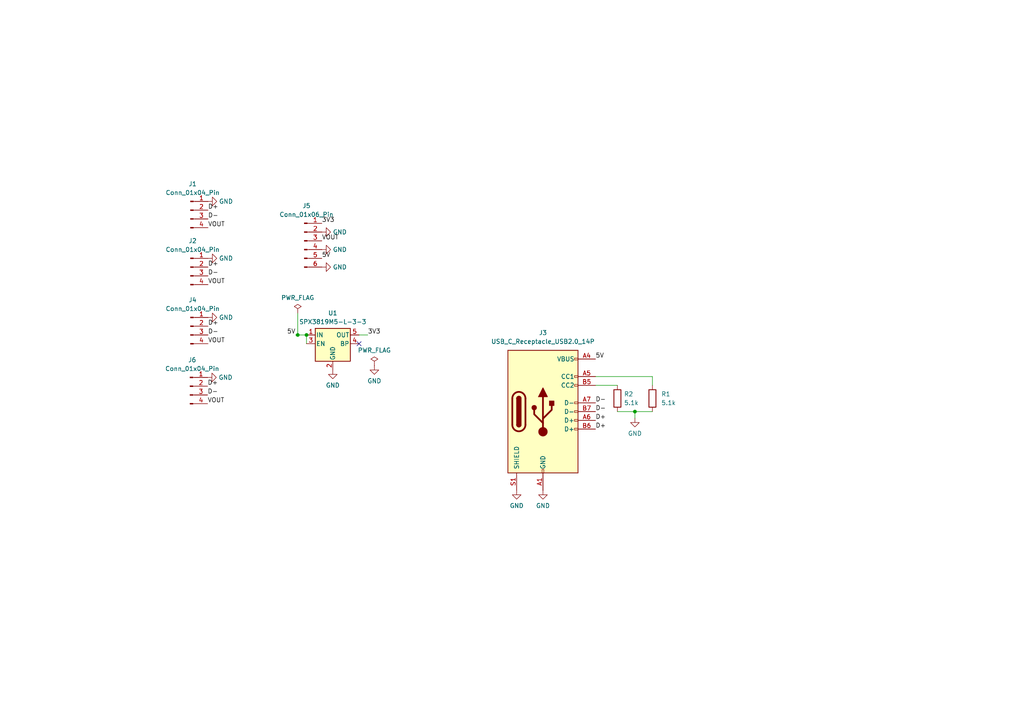
<source format=kicad_sch>
(kicad_sch (version 20230121) (generator eeschema)
  (paper "A4")
  (lib_symbols
    (symbol "Connector:Conn_01x04_Pin" (pin_names (offset 1.016) hide)
      (property "Reference" "J" (at 0 5.08 0))
      (property "Value" "Conn_01x04_Pin" (at 0 -7.62 0))
      (symbol "Conn_01x04_Pin_1_1"
        (polyline (pts (xy 1.27 -5.08) (xy 0.8636 -5.08)) (stroke (width 0.1524)))
        (polyline (pts (xy 1.27 -2.54) (xy 0.8636 -2.54)) (stroke (width 0.1524)))
        (polyline (pts (xy 1.27 0) (xy 0.8636 0)) (stroke (width 0.1524)))
        (polyline (pts (xy 1.27 2.54) (xy 0.8636 2.54)) (stroke (width 0.1524)))
        (rectangle (start 0.8636 -4.953) (end 0 -5.207) (stroke (width 0.1524)) (fill (type outline)))
        (rectangle (start 0.8636 -2.413) (end 0 -2.667) (stroke (width 0.1524)) (fill (type outline)))
        (rectangle (start 0.8636 0.127) (end 0 -0.127) (stroke (width 0.1524)) (fill (type outline)))
        (rectangle (start 0.8636 2.667) (end 0 2.413) (stroke (width 0.1524)) (fill (type outline)))
        (pin passive line (at 5.08 2.54 180) (length 3.81) (name "Pin_1") (number "1"))
        (pin passive line (at 5.08 0 180) (length 3.81) (name "Pin_2") (number "2"))
        (pin passive line (at 5.08 -2.54 180) (length 3.81) (name "Pin_3") (number "3"))
        (pin passive line (at 5.08 -5.08 180) (length 3.81) (name "Pin_4") (number "4"))
      )
    )
    (symbol "Connector:Conn_01x06_Pin" (pin_names (offset 1.016) hide)
      (property "Reference" "J" (at 0 7.62 0))
      (property "Value" "Conn_01x06_Pin" (at 0 -10.16 0))
      (symbol "Conn_01x06_Pin_1_1"
        (polyline (pts (xy 1.27 -7.62) (xy 0.8636 -7.62)) (stroke (width 0.1524)))
        (polyline (pts (xy 1.27 -5.08) (xy 0.8636 -5.08)) (stroke (width 0.1524)))
        (polyline (pts (xy 1.27 -2.54) (xy 0.8636 -2.54)) (stroke (width 0.1524)))
        (polyline (pts (xy 1.27 0) (xy 0.8636 0)) (stroke (width 0.1524)))
        (polyline (pts (xy 1.27 2.54) (xy 0.8636 2.54)) (stroke (width 0.1524)))
        (polyline (pts (xy 1.27 5.08) (xy 0.8636 5.08)) (stroke (width 0.1524)))
        (rectangle (start 0.8636 -7.493) (end 0 -7.747) (stroke (width 0.1524)) (fill (type outline)))
        (rectangle (start 0.8636 -4.953) (end 0 -5.207) (stroke (width 0.1524)) (fill (type outline)))
        (rectangle (start 0.8636 -2.413) (end 0 -2.667) (stroke (width 0.1524)) (fill (type outline)))
        (rectangle (start 0.8636 0.127) (end 0 -0.127) (stroke (width 0.1524)) (fill (type outline)))
        (rectangle (start 0.8636 2.667) (end 0 2.413) (stroke (width 0.1524)) (fill (type outline)))
        (rectangle (start 0.8636 5.207) (end 0 4.953) (stroke (width 0.1524)) (fill (type outline)))
        (pin passive line (at 5.08 5.08 180) (length 3.81) (name "Pin_1") (number "1"))
        (pin passive line (at 5.08 2.54 180) (length 3.81) (name "Pin_2") (number "2"))
        (pin passive line (at 5.08 0 180) (length 3.81) (name "Pin_3") (number "3"))
        (pin passive line (at 5.08 -2.54 180) (length 3.81) (name "Pin_4") (number "4"))
        (pin passive line (at 5.08 -5.08 180) (length 3.81) (name "Pin_5") (number "5"))
        (pin passive line (at 5.08 -7.62 180) (length 3.81) (name "Pin_6") (number "6"))
      )
    )
    (symbol "Connector:USB_C_Receptacle_USB2.0_14P" (pin_names (offset 1.016))
      (property "Reference" "J" (at 0 22.225 0))
      (property "Value" "USB_C_Receptacle_USB2.0_14P" (at 0 19.685 0))
      (symbol "USB_C_Receptacle_USB2.0_14P_0_0"
        (rectangle (start -0.254 -17.78) (end 0.254 -16.764))
        (rectangle (start 10.16 -4.826) (end 9.144 -5.334))
        (rectangle (start 10.16 -2.286) (end 9.144 -2.794))
        (rectangle (start 10.16 0.254) (end 9.144 -0.254))
        (rectangle (start 10.16 2.794) (end 9.144 2.286))
        (rectangle (start 10.16 7.874) (end 9.144 7.366))
        (rectangle (start 10.16 10.414) (end 9.144 9.906))
        (rectangle (start 10.16 15.494) (end 9.144 14.986))
      )
      (symbol "USB_C_Receptacle_USB2.0_14P_0_1"
        (rectangle (start -10.16 17.78) (end 10.16 -17.78) (stroke (width 0.254)) (fill (type background)))
        (arc (start -8.89 -3.81) (mid -6.985 -5.7067) (end -5.08 -3.81) (stroke (width 0.508)))
        (arc (start -7.62 -3.81) (mid -6.985 -4.4423) (end -6.35 -3.81) (stroke (width 0.254)))
        (arc (start -7.62 -3.81) (mid -6.985 -4.4423) (end -6.35 -3.81) (stroke (width 0.254)) (fill (type outline)))
        (rectangle (start -7.62 -3.81) (end -6.35 3.81) (stroke (width 0.254)) (fill (type outline)))
        (arc (start -6.35 3.81) (mid -6.985 4.4423) (end -7.62 3.81) (stroke (width 0.254)))
        (arc (start -6.35 3.81) (mid -6.985 4.4423) (end -7.62 3.81) (stroke (width 0.254)) (fill (type outline)))
        (arc (start -5.08 3.81) (mid -6.985 5.7067) (end -8.89 3.81) (stroke (width 0.508)))
        (circle (center -2.54 1.143) (radius 0.635) (stroke (width 0.254)) (fill (type outline)))
        (circle (center 0 -5.842) (radius 1.27) (fill (type outline)))
        (polyline (pts (xy -8.89 -3.81) (xy -8.89 3.81)) (stroke (width 0.508)))
        (polyline (pts (xy -5.08 3.81) (xy -5.08 -3.81)) (stroke (width 0.508)))
        (polyline (pts (xy 0 -5.842) (xy 0 4.318)) (stroke (width 0.508)))
        (polyline (pts (xy 0 -3.302) (xy -2.54 -0.762) (xy -2.54 0.508)) (stroke (width 0.508)))
        (polyline (pts (xy 0 -2.032) (xy 2.54 0.508) (xy 2.54 1.778)) (stroke (width 0.508)))
        (polyline (pts (xy -1.27 4.318) (xy 0 6.858) (xy 1.27 4.318) (xy -1.27 4.318)) (stroke (width 0.254)) (fill (type outline)))
        (rectangle (start 1.905 1.778) (end 3.175 3.048) (stroke (width 0.254)) (fill (type outline)))
      )
      (symbol "USB_C_Receptacle_USB2.0_14P_1_1"
        (pin passive line (at 0 -22.86 90) (length 5.08) (name "GND") (number "A1"))
        (pin passive line (at 0 -22.86 90) (length 5.08) hide (name "GND") (number "A12"))
        (pin passive line (at 15.24 15.24 180) (length 5.08) (name "VBUS") (number "A4"))
        (pin bidirectional line (at 15.24 10.16 180) (length 5.08) (name "CC1") (number "A5"))
        (pin bidirectional line (at 15.24 -2.54 180) (length 5.08) (name "D+") (number "A6"))
        (pin bidirectional line (at 15.24 2.54 180) (length 5.08) (name "D-") (number "A7"))
        (pin passive line (at 15.24 15.24 180) (length 5.08) hide (name "VBUS") (number "A9"))
        (pin passive line (at 0 -22.86 90) (length 5.08) hide (name "GND") (number "B1"))
        (pin passive line (at 0 -22.86 90) (length 5.08) hide (name "GND") (number "B12"))
        (pin passive line (at 15.24 15.24 180) (length 5.08) hide (name "VBUS") (number "B4"))
        (pin bidirectional line (at 15.24 7.62 180) (length 5.08) (name "CC2") (number "B5"))
        (pin bidirectional line (at 15.24 -5.08 180) (length 5.08) (name "D+") (number "B6"))
        (pin bidirectional line (at 15.24 0 180) (length 5.08) (name "D-") (number "B7"))
        (pin passive line (at 15.24 15.24 180) (length 5.08) hide (name "VBUS") (number "B9"))
        (pin passive line (at -7.62 -22.86 90) (length 5.08) (name "SHIELD") (number "S1"))
      )
    )
    (symbol "Device:R" (pin_numbers hide) (pin_names (offset 0))
      (property "Reference" "R" (at 2.032 0 90))
      (property "Value" "R" (at 0 0 90))
      (symbol "R_0_1"
        (rectangle (start -1.016 -2.54) (end 1.016 2.54) (stroke (width 0.254)))
      )
      (symbol "R_1_1"
        (pin passive line (at 0 3.81 270) (length 1.27) (name "~") (number "1"))
        (pin passive line (at 0 -3.81 90) (length 1.27) (name "~") (number "2"))
      )
    )
    (symbol "Regulator_Linear:SPX3819M5-L-3-3" (pin_names (offset 0.254))
      (property "Reference" "U" (at -3.81 5.715 0))
      (property "Value" "SPX3819M5-L-3-3" (at 0 5.715 0))
      (symbol "SPX3819M5-L-3-3_0_1"
        (rectangle (start -5.08 4.445) (end 5.08 -5.08) (stroke (width 0.254)) (fill (type background)))
      )
      (symbol "SPX3819M5-L-3-3_1_1"
        (pin power_in line (at -7.62 2.54 0) (length 2.54) (name "IN") (number "1"))
        (pin power_in line (at 0 -7.62 90) (length 2.54) (name "GND") (number "2"))
        (pin input line (at -7.62 0 0) (length 2.54) (name "EN") (number "3"))
        (pin input line (at 7.62 0 180) (length 2.54) (name "BP") (number "4"))
        (pin power_out line (at 7.62 2.54 180) (length 2.54) (name "OUT") (number "5"))
      )
    )
    (symbol "power:GND" (power) (pin_names (offset 0))
      (property "Value" "GND" (at 0 -3.81 0))
      (symbol "GND_0_1"
        (polyline (pts (xy 0 0) (xy 0 -1.27) (xy 1.27 -1.27) (xy 0 -2.54) (xy -1.27 -1.27) (xy 0 -1.27)))
      )
      (symbol "GND_1_1"
        (pin power_in line (at 0 0 270) (length 0) hide (name "GND") (number "1"))
      )
    )
    (symbol "power:PWR_FLAG" (power) (pin_numbers hide) (pin_names (offset 0) hide)
      (property "Value" "PWR_FLAG" (at 0 3.81 0))
      (symbol "PWR_FLAG_0_0"
        (pin power_out line (at 0 0 90) (length 0) (name "pwr") (number "1"))
      )
      (symbol "PWR_FLAG_0_1"
        (polyline (pts (xy 0 0) (xy 0 1.27) (xy -1.016 1.905) (xy 0 2.54) (xy 1.016 1.905) (xy 0 1.27)))
      )
    )
  )
  (junction (at 88.9 97.155))
  (junction (at 86.36 97.155))
  (junction (at 184.15 119.38))
  (no_connect (at 104.14 99.695))
  (wire (pts (xy 88.9 97.155) (xy 88.9 99.695)))
  (wire (pts (xy 172.72 109.22) (xy 189.23 109.22)))
  (wire (pts (xy 184.15 119.38) (xy 184.15 121.285)))
  (wire (pts (xy 86.36 90.805) (xy 86.36 97.155)))
  (wire (pts (xy 179.07 119.38) (xy 184.15 119.38)))
  (wire (pts (xy 104.14 97.155) (xy 106.68 97.155)))
  (wire (pts (xy 86.36 97.155) (xy 88.9 97.155)))
  (wire (pts (xy 172.72 111.76) (xy 179.07 111.76)))
  (wire (pts (xy 184.15 119.38) (xy 189.23 119.38)))
  (wire (pts (xy 189.23 109.22) (xy 189.23 111.76)))
  (wire (pts (xy 85.725 97.155) (xy 86.36 97.155)))
  (label "VOUT" (at 93.345 69.85 0))
  (label "VOUT" (at 60.198 117.094 0))
  (label "D+" (at 60.325 94.615 0))
  (label "VOUT" (at 60.325 66.04 0))
  (label "D-" (at 60.325 63.5 0))
  (label "D+" (at 60.325 60.96 0))
  (label "VOUT" (at 60.325 82.55 0))
  (label "5V" (at 93.345 74.93 0))
  (label "D+" (at 60.198 112.014 0))
  (label "5V" (at 172.72 104.14 0))
  (label "3V3" (at 93.345 64.77 0))
  (label "D+" (at 172.72 124.46 0))
  (label "D-" (at 60.198 114.554 0))
  (label "VOUT" (at 60.325 99.695 0))
  (label "D-" (at 172.72 119.38 0))
  (label "D+" (at 172.72 121.92 0))
  (label "D+" (at 60.325 77.47 0))
  (label "D-" (at 172.72 116.84 0))
  (label "D-" (at 60.325 80.01 0))
  (label "3V3" (at 106.68 97.155 0))
  (label "D-" (at 60.325 97.155 0))
  (label "5V" (at 85.725 97.155 180))
  (symbol (lib_id "power:GND") (at 157.48 142.24 0) (unit 1)
    (property "Reference" "#PWR012" (effects hide))
    (property "Value" "GND" (at 157.48 146.685 0))
  )
  (symbol (lib_id "power:PWR_FLAG") (at 86.36 90.805 0) (unit 1)
    (property "Reference" "#FLG01" (effects hide))
    (property "Value" "PWR_FLAG" (at 86.36 86.36 0))
  )
  (symbol (lib_id "Connector:Conn_01x04_Pin") (at 55.245 77.47 0) (unit 1)
    (property "Reference" "J2" (at 55.88 69.85 0))
    (property "Value" "Conn_01x04_Pin" (at 55.88 72.39 0))
    (property "Footprint" "Connector_PinHeader_2.00mm:PinHeader_1x04_P2.00mm_Vertical" (effects hide))
  )
  (symbol (lib_id "Device:R") (at 189.23 115.57 180) (unit 1)
    (property "Reference" "R1" (at 191.77 114.3 0) (effects (justify right)))
    (property "Value" "5.1k" (at 191.77 116.84 0) (effects (justify right)))
    (property "Footprint" "Resistor_SMD:R_0603_1608Metric" (effects hide))
  )
  (symbol (lib_id "power:GND") (at 96.52 107.315 0) (unit 1)
    (property "Reference" "#PWR03" (effects hide))
    (property "Value" "GND" (at 96.52 111.76 0))
  )
  (symbol (lib_id "power:GND") (at 108.585 106.045 0) (unit 1)
    (property "Reference" "#PWR011" (effects hide))
    (property "Value" "GND" (at 108.585 110.49 0))
  )
  (symbol (lib_id "power:GND") (at 184.15 121.285 0) (unit 1)
    (property "Reference" "#PWR06" (effects hide))
    (property "Value" "GND" (at 184.15 125.73 0))
  )
  (symbol (lib_id "Connector:Conn_01x06_Pin") (at 88.265 69.85 0) (unit 1)
    (property "Reference" "J5" (at 88.9 59.69 0))
    (property "Value" "Conn_01x06_Pin" (at 88.9 62.23 0))
    (property "Footprint" "Connector_PinHeader_2.54mm:PinHeader_2x03_P2.54mm_Vertical" (effects hide))
  )
  (symbol (lib_id "Regulator_Linear:SPX3819M5-L-3-3") (at 96.52 99.695 0) (unit 1)
    (property "Reference" "U1" (at 96.52 90.805 0))
    (property "Value" "SPX3819M5-L-3-3" (at 96.52 93.345 0))
    (property "Footprint" "Package_TO_SOT_SMD:SOT-23-5" (effects hide))
    (property "Datasheet" "https://www.exar.com/content/document.ashx?id=22106&languageid=1033&type=Datasheet&partnumber=SPX3819&filename=SPX3819.pdf&part=SPX3819" (effects hide))
  )
  (symbol (lib_id "power:GND") (at 60.325 58.42 90) (unit 1)
    (property "Reference" "#PWR01" (effects hide))
    (property "Value" "GND" (at 63.5 58.42 90) (effects (justify right)))
  )
  (symbol (lib_id "power:PWR_FLAG") (at 108.585 106.045 0) (unit 1)
    (property "Reference" "#FLG02" (effects hide))
    (property "Value" "PWR_FLAG" (at 108.585 101.6 0))
  )
  (symbol (lib_id "power:GND") (at 93.345 72.39 90) (unit 1)
    (property "Reference" "#PWR09" (effects hide))
    (property "Value" "GND" (at 96.52 72.39 90) (effects (justify right)))
  )
  (symbol (lib_id "power:GND") (at 93.345 67.31 90) (unit 1)
    (property "Reference" "#PWR08" (effects hide))
    (property "Value" "GND" (at 96.52 67.31 90) (effects (justify right)))
  )
  (symbol (lib_id "Connector:Conn_01x04_Pin") (at 55.118 112.014 0) (unit 1)
    (property "Reference" "J6" (at 55.753 104.394 0))
    (property "Value" "Conn_01x04_Pin" (at 55.753 106.934 0))
    (property "Footprint" "Connector_PinHeader_1.00mm:PinHeader_1x04_P1.00mm_Vertical" (effects hide))
  )
  (symbol (lib_id "power:GND") (at 60.325 92.075 90) (unit 1)
    (property "Reference" "#PWR07" (effects hide))
    (property "Value" "GND" (at 63.5 92.075 90) (effects (justify right)))
  )
  (symbol (lib_id "Connector:Conn_01x04_Pin") (at 55.245 94.615 0) (unit 1)
    (property "Reference" "J4" (at 55.88 86.995 0))
    (property "Value" "Conn_01x04_Pin" (at 55.88 89.535 0))
    (property "Footprint" "Connector_PinHeader_1.27mm:PinHeader_1x04_P1.27mm_Vertical" (effects hide))
  )
  (symbol (lib_id "Device:R") (at 179.07 115.57 180) (unit 1)
    (property "Reference" "R2" (at 180.975 114.3 0) (effects (justify right)))
    (property "Value" "5.1k" (at 180.975 116.84 0) (effects (justify right)))
    (property "Footprint" "Resistor_SMD:R_0603_1608Metric" (effects hide))
  )
  (symbol (lib_id "Connector:USB_C_Receptacle_USB2.0_14P") (at 157.48 119.38 0) (unit 1)
    (property "Reference" "J3" (at 157.48 96.52 0))
    (property "Value" "USB_C_Receptacle_USB2.0_14P" (at 157.48 99.06 0))
    (property "Footprint" "Connector_USB:USB_C_Receptacle_XKB_U262-16XN-4BVC11" (effects hide))
    (property "Datasheet" "https://www.usb.org/sites/default/files/documents/usb_type-c.zip" (effects hide))
  )
  (symbol (lib_id "power:GND") (at 60.325 74.93 90) (unit 1)
    (property "Reference" "#PWR02" (effects hide))
    (property "Value" "GND" (at 63.5 74.93 90) (effects (justify right)))
  )
  (symbol (lib_id "Connector:Conn_01x04_Pin") (at 55.245 60.96 0) (unit 1)
    (property "Reference" "J1" (at 55.88 53.34 0))
    (property "Value" "Conn_01x04_Pin" (at 55.88 55.88 0))
    (property "Footprint" "Connector_PinHeader_2.54mm:PinHeader_1x04_P2.54mm_Vertical" (effects hide))
  )
  (symbol (lib_id "power:GND") (at 149.86 142.24 0) (unit 1)
    (property "Reference" "#PWR013" (effects hide))
    (property "Value" "GND" (at 149.86 146.685 0))
  )
  (symbol (lib_id "power:GND") (at 60.198 109.474 90) (unit 1)
    (property "Reference" "#PWR04" (effects hide))
    (property "Value" "GND" (at 63.373 109.474 90) (effects (justify right)))
  )
  (symbol (lib_id "power:GND") (at 93.345 77.47 90) (unit 1)
    (property "Reference" "#PWR010" (effects hide))
    (property "Value" "GND" (at 96.52 77.47 90) (effects (justify right)))
  )
)
</source>
